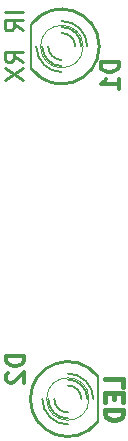
<source format=gbo>
G04 (created by PCBNEW (2013-07-07 BZR 4022)-stable) date 1/5/2015 8:58:25 PM*
%MOIN*%
G04 Gerber Fmt 3.4, Leading zero omitted, Abs format*
%FSLAX34Y34*%
G01*
G70*
G90*
G04 APERTURE LIST*
%ADD10C,0.00590551*%
%ADD11C,0.008*%
%ADD12C,0.003*%
%ADD13C,0.01*%
%ADD14C,0.006*%
%ADD15C,0.012*%
%ADD16C,0.015*%
G04 APERTURE END LIST*
G54D10*
G54D11*
X6370Y-12750D02*
X6370Y-14250D01*
G54D12*
X6057Y-13500D02*
G75*
G03X6057Y-13500I-707J0D01*
G74*
G01*
G54D13*
X6349Y-14250D02*
G75*
G02X6349Y-12749I-999J750D01*
G74*
G01*
G54D14*
X5350Y-13950D02*
G75*
G02X4900Y-13500I0J450D01*
G74*
G01*
X5350Y-13050D02*
G75*
G02X5800Y-13500I0J-450D01*
G74*
G01*
X5350Y-14150D02*
G75*
G02X4700Y-13500I0J650D01*
G74*
G01*
X5350Y-12850D02*
G75*
G02X6000Y-13500I0J-650D01*
G74*
G01*
X5350Y-14350D02*
G75*
G02X4500Y-13500I0J850D01*
G74*
G01*
X5350Y-12650D02*
G75*
G02X6200Y-13500I0J-850D01*
G74*
G01*
G54D11*
X4130Y-2500D02*
X4130Y-1000D01*
G54D12*
X5857Y-1750D02*
G75*
G03X5857Y-1750I-707J0D01*
G74*
G01*
G54D13*
X4150Y-999D02*
G75*
G02X4150Y-2500I999J-750D01*
G74*
G01*
G54D14*
X5150Y-1300D02*
G75*
G02X5600Y-1750I0J-450D01*
G74*
G01*
X5150Y-2200D02*
G75*
G02X4700Y-1750I0J450D01*
G74*
G01*
X5150Y-1100D02*
G75*
G02X5800Y-1750I0J-650D01*
G74*
G01*
X5150Y-2400D02*
G75*
G02X4500Y-1750I0J650D01*
G74*
G01*
X5150Y-900D02*
G75*
G02X6000Y-1750I0J-850D01*
G74*
G01*
X5150Y-2600D02*
G75*
G02X4300Y-1750I0J850D01*
G74*
G01*
G54D15*
X3892Y-12057D02*
X3292Y-12057D01*
X3292Y-12200D01*
X3321Y-12285D01*
X3378Y-12342D01*
X3435Y-12371D01*
X3550Y-12400D01*
X3635Y-12400D01*
X3750Y-12371D01*
X3807Y-12342D01*
X3864Y-12285D01*
X3892Y-12200D01*
X3892Y-12057D01*
X3350Y-12628D02*
X3321Y-12657D01*
X3292Y-12714D01*
X3292Y-12857D01*
X3321Y-12914D01*
X3350Y-12942D01*
X3407Y-12971D01*
X3464Y-12971D01*
X3550Y-12942D01*
X3892Y-12600D01*
X3892Y-12971D01*
G54D16*
X7192Y-13114D02*
X7192Y-12828D01*
X6592Y-12828D01*
X6878Y-13314D02*
X6878Y-13514D01*
X7192Y-13600D02*
X7192Y-13314D01*
X6592Y-13314D01*
X6592Y-13600D01*
X7192Y-13857D02*
X6592Y-13857D01*
X6592Y-14000D01*
X6621Y-14085D01*
X6678Y-14142D01*
X6735Y-14171D01*
X6850Y-14200D01*
X6935Y-14200D01*
X7050Y-14171D01*
X7107Y-14142D01*
X7164Y-14085D01*
X7192Y-14000D01*
X7192Y-13857D01*
G54D15*
X7042Y-2257D02*
X6442Y-2257D01*
X6442Y-2400D01*
X6471Y-2485D01*
X6528Y-2542D01*
X6585Y-2571D01*
X6700Y-2600D01*
X6785Y-2600D01*
X6900Y-2571D01*
X6957Y-2542D01*
X7014Y-2485D01*
X7042Y-2400D01*
X7042Y-2257D01*
X7042Y-3171D02*
X7042Y-2828D01*
X7042Y-3000D02*
X6442Y-3000D01*
X6528Y-2942D01*
X6585Y-2885D01*
X6614Y-2828D01*
G54D13*
X3842Y-585D02*
X3242Y-585D01*
X3842Y-1214D02*
X3557Y-1014D01*
X3842Y-871D02*
X3242Y-871D01*
X3242Y-1100D01*
X3271Y-1157D01*
X3300Y-1185D01*
X3357Y-1214D01*
X3442Y-1214D01*
X3500Y-1185D01*
X3528Y-1157D01*
X3557Y-1100D01*
X3557Y-871D01*
X3842Y-2271D02*
X3557Y-2071D01*
X3842Y-1928D02*
X3242Y-1928D01*
X3242Y-2157D01*
X3271Y-2214D01*
X3300Y-2242D01*
X3357Y-2271D01*
X3442Y-2271D01*
X3500Y-2242D01*
X3528Y-2214D01*
X3557Y-2157D01*
X3557Y-1928D01*
X3242Y-2471D02*
X3842Y-2871D01*
X3242Y-2871D02*
X3842Y-2471D01*
M02*

</source>
